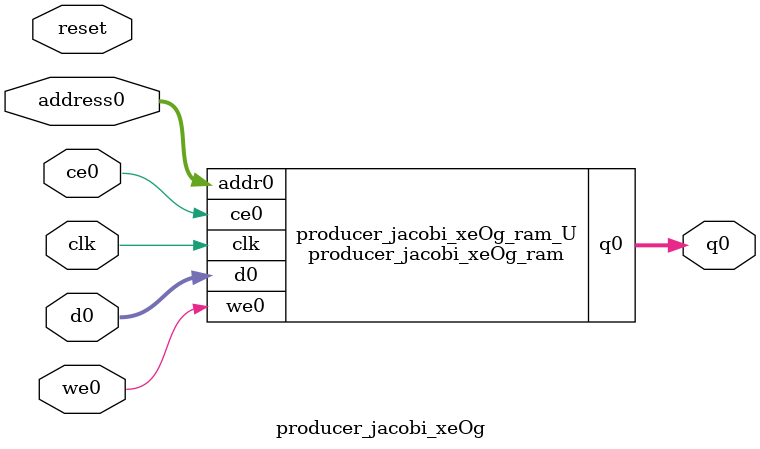
<source format=v>
`timescale 1 ns / 1 ps
module producer_jacobi_xeOg_ram (addr0, ce0, d0, we0, q0,  clk);

parameter DWIDTH = 32;
parameter AWIDTH = 4;
parameter MEM_SIZE = 16;

input[AWIDTH-1:0] addr0;
input ce0;
input[DWIDTH-1:0] d0;
input we0;
output reg[DWIDTH-1:0] q0;
input clk;

(* ram_style = "distributed" *)reg [DWIDTH-1:0] ram[0:MEM_SIZE-1];




always @(posedge clk)  
begin 
    if (ce0) 
    begin
        if (we0) 
        begin 
            ram[addr0] <= d0; 
            q0 <= d0;
        end 
        else 
            q0 <= ram[addr0];
    end
end


endmodule

`timescale 1 ns / 1 ps
module producer_jacobi_xeOg(
    reset,
    clk,
    address0,
    ce0,
    we0,
    d0,
    q0);

parameter DataWidth = 32'd32;
parameter AddressRange = 32'd16;
parameter AddressWidth = 32'd4;
input reset;
input clk;
input[AddressWidth - 1:0] address0;
input ce0;
input we0;
input[DataWidth - 1:0] d0;
output[DataWidth - 1:0] q0;



producer_jacobi_xeOg_ram producer_jacobi_xeOg_ram_U(
    .clk( clk ),
    .addr0( address0 ),
    .ce0( ce0 ),
    .we0( we0 ),
    .d0( d0 ),
    .q0( q0 ));

endmodule


</source>
